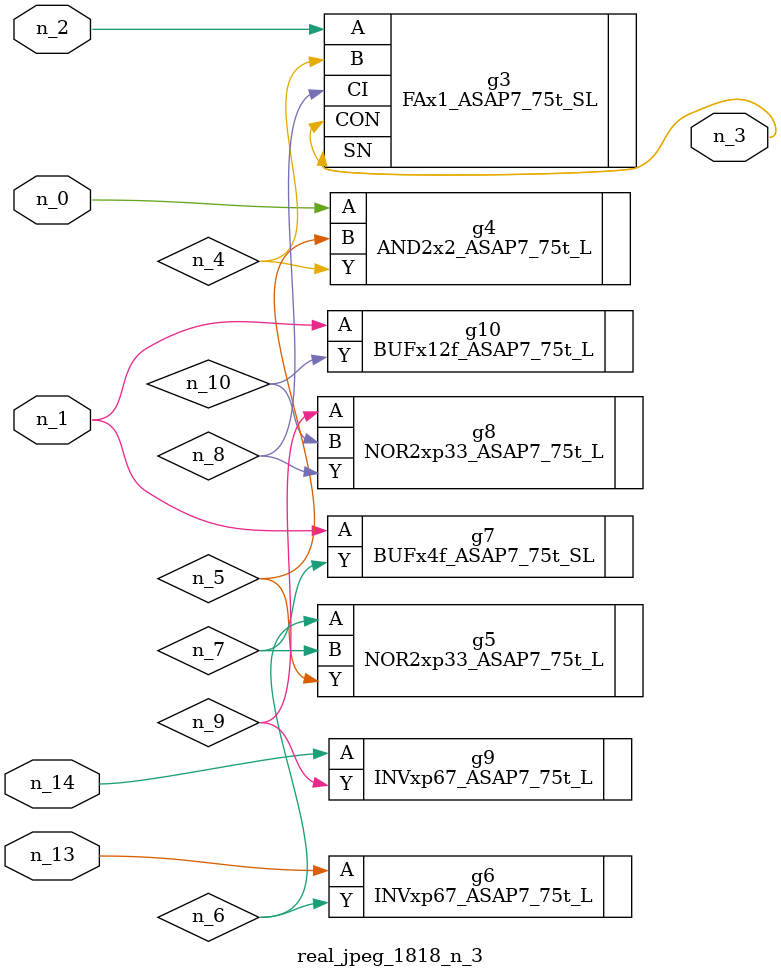
<source format=v>
module real_jpeg_1818_n_3 (n_0, n_1, n_14, n_2, n_13, n_3);

input n_0;
input n_1;
input n_14;
input n_2;
input n_13;

output n_3;

wire n_5;
wire n_4;
wire n_8;
wire n_6;
wire n_7;
wire n_10;
wire n_9;

AND2x2_ASAP7_75t_L g4 ( 
.A(n_0),
.B(n_5),
.Y(n_4)
);

BUFx4f_ASAP7_75t_SL g7 ( 
.A(n_1),
.Y(n_7)
);

BUFx12f_ASAP7_75t_L g10 ( 
.A(n_1),
.Y(n_10)
);

FAx1_ASAP7_75t_SL g3 ( 
.A(n_2),
.B(n_4),
.CI(n_8),
.CON(n_3),
.SN(n_3)
);

NOR2xp33_ASAP7_75t_L g5 ( 
.A(n_6),
.B(n_7),
.Y(n_5)
);

NOR2xp33_ASAP7_75t_L g8 ( 
.A(n_9),
.B(n_10),
.Y(n_8)
);

INVxp67_ASAP7_75t_L g6 ( 
.A(n_13),
.Y(n_6)
);

INVxp67_ASAP7_75t_L g9 ( 
.A(n_14),
.Y(n_9)
);


endmodule
</source>
